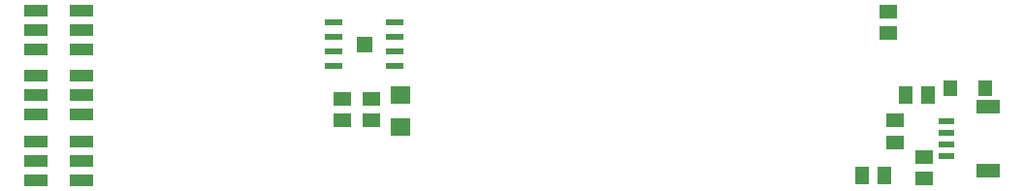
<source format=gbr>
G04 EAGLE Gerber RS-274X export*
G75*
%MOMM*%
%FSLAX34Y34*%
%LPD*%
%INSolderpaste Top*%
%IPPOS*%
%AMOC8*
5,1,8,0,0,1.08239X$1,22.5*%
G01*
%ADD10R,1.300000X1.500000*%
%ADD11R,1.500000X1.300000*%
%ADD12R,1.800000X1.600000*%
%ADD13R,1.200000X1.400000*%
%ADD14R,2.000000X1.200000*%
%ADD15R,1.350000X0.600000*%
%ADD16R,1.450609X1.450609*%
%ADD17R,1.550000X0.600000*%
%ADD18R,2.000000X1.100000*%


D10*
X758800Y19050D03*
X739800Y19050D03*
D11*
X311150Y85700D03*
X311150Y66700D03*
D12*
X336550Y88930D03*
X336550Y60930D03*
D13*
X846850Y95250D03*
X816850Y95250D03*
D14*
X849550Y22800D03*
X849550Y78800D03*
D15*
X812800Y35800D03*
X812800Y45800D03*
X812800Y55800D03*
X812800Y65800D03*
D10*
X777900Y88900D03*
X796900Y88900D03*
D11*
X768350Y66650D03*
X768350Y47650D03*
X793750Y15900D03*
X793750Y34900D03*
X762000Y161900D03*
X762000Y142900D03*
X285750Y66700D03*
X285750Y85700D03*
D16*
X304803Y133353D03*
D17*
X331800Y114300D03*
X331800Y127000D03*
X331800Y139700D03*
X331800Y152400D03*
X277800Y152400D03*
X277800Y139700D03*
X277800Y127000D03*
X277800Y114300D03*
D18*
X18100Y163050D03*
X18100Y146050D03*
X18100Y129050D03*
X58100Y129050D03*
X58100Y146050D03*
X58100Y163050D03*
X18100Y105900D03*
X18100Y88900D03*
X18100Y71900D03*
X58100Y71900D03*
X58100Y88900D03*
X58100Y105900D03*
X18100Y48750D03*
X18100Y31750D03*
X18100Y14750D03*
X58100Y14750D03*
X58100Y31750D03*
X58100Y48750D03*
M02*

</source>
